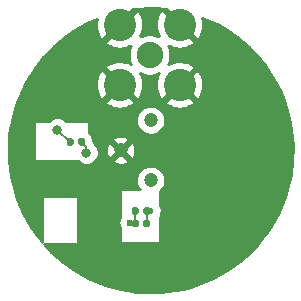
<source format=gbr>
G04 #@! TF.GenerationSoftware,KiCad,Pcbnew,(5.99.0-2215-gb084305b1)*
G04 #@! TF.CreationDate,2020-09-12T17:30:21-04:00*
G04 #@! TF.ProjectId,kicad-sipm,6b696361-642d-4736-9970-6d2e6b696361,rev?*
G04 #@! TF.SameCoordinates,Original*
G04 #@! TF.FileFunction,Copper,L2,Bot*
G04 #@! TF.FilePolarity,Positive*
%FSLAX46Y46*%
G04 Gerber Fmt 4.6, Leading zero omitted, Abs format (unit mm)*
G04 Created by KiCad (PCBNEW (5.99.0-2215-gb084305b1)) date 2020-09-12 17:30:21*
%MOMM*%
%LPD*%
G01*
G04 APERTURE LIST*
G04 #@! TA.AperFunction,ComponentPad*
%ADD10C,2.240000*%
G04 #@! TD*
G04 #@! TA.AperFunction,ComponentPad*
%ADD11C,2.740000*%
G04 #@! TD*
G04 #@! TA.AperFunction,ComponentPad*
%ADD12C,1.200000*%
G04 #@! TD*
G04 #@! TA.AperFunction,ViaPad*
%ADD13C,0.600000*%
G04 #@! TD*
G04 #@! TA.AperFunction,ViaPad*
%ADD14C,0.800000*%
G04 #@! TD*
G04 #@! TA.AperFunction,Conductor*
%ADD15C,0.200000*%
G04 #@! TD*
G04 #@! TA.AperFunction,Conductor*
%ADD16C,0.254000*%
G04 #@! TD*
G04 APERTURE END LIST*
G04 #@! TA.AperFunction,SMDPad,CuDef*
G36*
G01*
X93847400Y-99467500D02*
X93847400Y-99122500D01*
G75*
G02*
X93994900Y-98975000I147500J0D01*
G01*
X94289900Y-98975000D01*
G75*
G02*
X94437400Y-99122500I0J-147500D01*
G01*
X94437400Y-99467500D01*
G75*
G02*
X94289900Y-99615000I-147500J0D01*
G01*
X93994900Y-99615000D01*
G75*
G02*
X93847400Y-99467500I0J147500D01*
G01*
G37*
G04 #@! TD.AperFunction*
G04 #@! TA.AperFunction,SMDPad,CuDef*
G36*
G01*
X92877400Y-99467500D02*
X92877400Y-99122500D01*
G75*
G02*
X93024900Y-98975000I147500J0D01*
G01*
X93319900Y-98975000D01*
G75*
G02*
X93467400Y-99122500I0J-147500D01*
G01*
X93467400Y-99467500D01*
G75*
G02*
X93319900Y-99615000I-147500J0D01*
G01*
X93024900Y-99615000D01*
G75*
G02*
X92877400Y-99467500I0J147500D01*
G01*
G37*
G04 #@! TD.AperFunction*
G04 #@! TA.AperFunction,SMDPad,CuDef*
G36*
G01*
X99365000Y-105322500D02*
X99365000Y-104977500D01*
G75*
G02*
X99512500Y-104830000I147500J0D01*
G01*
X99807500Y-104830000D01*
G75*
G02*
X99955000Y-104977500I0J-147500D01*
G01*
X99955000Y-105322500D01*
G75*
G02*
X99807500Y-105470000I-147500J0D01*
G01*
X99512500Y-105470000D01*
G75*
G02*
X99365000Y-105322500I0J147500D01*
G01*
G37*
G04 #@! TD.AperFunction*
G04 #@! TA.AperFunction,SMDPad,CuDef*
G36*
G01*
X98395000Y-105322500D02*
X98395000Y-104977500D01*
G75*
G02*
X98542500Y-104830000I147500J0D01*
G01*
X98837500Y-104830000D01*
G75*
G02*
X98985000Y-104977500I0J-147500D01*
G01*
X98985000Y-105322500D01*
G75*
G02*
X98837500Y-105470000I-147500J0D01*
G01*
X98542500Y-105470000D01*
G75*
G02*
X98395000Y-105322500I0J147500D01*
G01*
G37*
G04 #@! TD.AperFunction*
D10*
X99900000Y-91925000D03*
D11*
X97360000Y-89385000D03*
X102440000Y-89385000D03*
X102440000Y-94465000D03*
X97360000Y-94465000D03*
D12*
X97460000Y-100000000D03*
X100000000Y-102540000D03*
X100000000Y-97460000D03*
G04 #@! TA.AperFunction,SMDPad,CuDef*
G36*
G01*
X99940000Y-106027500D02*
X99940000Y-106372500D01*
G75*
G02*
X99792500Y-106520000I-147500J0D01*
G01*
X99497500Y-106520000D01*
G75*
G02*
X99350000Y-106372500I0J147500D01*
G01*
X99350000Y-106027500D01*
G75*
G02*
X99497500Y-105880000I147500J0D01*
G01*
X99792500Y-105880000D01*
G75*
G02*
X99940000Y-106027500I0J-147500D01*
G01*
G37*
G04 #@! TD.AperFunction*
G04 #@! TA.AperFunction,SMDPad,CuDef*
G36*
G01*
X98970000Y-106027500D02*
X98970000Y-106372500D01*
G75*
G02*
X98822500Y-106520000I-147500J0D01*
G01*
X98527500Y-106520000D01*
G75*
G02*
X98380000Y-106372500I0J147500D01*
G01*
X98380000Y-106027500D01*
G75*
G02*
X98527500Y-105880000I147500J0D01*
G01*
X98822500Y-105880000D01*
G75*
G02*
X98970000Y-106027500I0J-147500D01*
G01*
G37*
G04 #@! TD.AperFunction*
D13*
X104775000Y-101425000D03*
X104725000Y-98925000D03*
X99475000Y-109700000D03*
X104625000Y-109175000D03*
X94800000Y-95925000D03*
D14*
X88875000Y-98625000D03*
X106875000Y-98925000D03*
X106825000Y-101450000D03*
X92100000Y-98250000D03*
X94550000Y-100200000D03*
X94100000Y-108200000D03*
D13*
X98200000Y-106125000D03*
X99975000Y-105150000D03*
D15*
X93172400Y-99295000D02*
X93145000Y-99295000D01*
X93145000Y-99295000D02*
X92100000Y-98250000D01*
X94550000Y-100200000D02*
X94550000Y-99702600D01*
X94550000Y-99702600D02*
X94142400Y-99295000D01*
X99645000Y-106100000D02*
X99645000Y-105075000D01*
X99645000Y-105075000D02*
X99670000Y-105050000D01*
X98675000Y-106100000D02*
X98675000Y-105075000D01*
X98675000Y-105075000D02*
X98700000Y-105050000D01*
D16*
X100419880Y-87976421D02*
X101090379Y-88018605D01*
X101276862Y-88040842D01*
X103887424Y-90651405D01*
X104002865Y-90642623D01*
X104138526Y-90457941D01*
X104143384Y-90450211D01*
X104275621Y-90201511D01*
X104279312Y-90193160D01*
X104374262Y-89927975D01*
X104376710Y-89919179D01*
X104432553Y-89642229D01*
X104433775Y-89631461D01*
X104444186Y-89246722D01*
X104443548Y-89235903D01*
X104402764Y-88956338D01*
X104400796Y-88947422D01*
X104352040Y-88783874D01*
X104970024Y-89043650D01*
X105573878Y-89338169D01*
X106160341Y-89665932D01*
X106727585Y-90025916D01*
X107273879Y-90417025D01*
X107797482Y-90838012D01*
X108296741Y-91287548D01*
X108770149Y-91764272D01*
X109216216Y-92266690D01*
X109633530Y-92793208D01*
X110020794Y-93342190D01*
X110376820Y-93911950D01*
X110700488Y-94500699D01*
X110990781Y-95106588D01*
X111246807Y-95727753D01*
X111467747Y-96362208D01*
X111652934Y-97008032D01*
X111801780Y-97663178D01*
X111913824Y-98325627D01*
X111988713Y-98993276D01*
X112025971Y-99659681D01*
X111861571Y-102010706D01*
X111731933Y-102665430D01*
X111564854Y-103316158D01*
X111361705Y-103956564D01*
X111123129Y-104584619D01*
X110849863Y-105198384D01*
X110542763Y-105795938D01*
X110202785Y-106375416D01*
X109830996Y-106935002D01*
X109428547Y-107472968D01*
X108996688Y-107987637D01*
X108536783Y-108477387D01*
X108050247Y-108940709D01*
X107538611Y-109376145D01*
X107003470Y-109782339D01*
X106446479Y-110158033D01*
X105869400Y-110502042D01*
X105273997Y-110813312D01*
X104662172Y-111090847D01*
X104035779Y-111333809D01*
X103396830Y-111541416D01*
X102747257Y-111713041D01*
X102089146Y-111848132D01*
X101424507Y-111946277D01*
X100755430Y-112007168D01*
X100083989Y-112030615D01*
X99412306Y-112016545D01*
X98742417Y-111965000D01*
X98076484Y-111876146D01*
X97416537Y-111750254D01*
X96764653Y-111587721D01*
X96122861Y-111389053D01*
X95493141Y-111154862D01*
X94877490Y-110885892D01*
X94277801Y-110582966D01*
X93695973Y-110247048D01*
X93133808Y-109879178D01*
X92593027Y-109480480D01*
X92075373Y-109052238D01*
X91582413Y-108595754D01*
X91115706Y-108112464D01*
X90933146Y-107900966D01*
X93751383Y-107926470D01*
X93826000Y-107852525D01*
X93826000Y-106123708D01*
X97256347Y-106123708D01*
X97286315Y-106360928D01*
X97290761Y-106377522D01*
X97383418Y-106597945D01*
X97392163Y-106612733D01*
X97399000Y-106621359D01*
X97399000Y-107752191D01*
X97472809Y-107826000D01*
X100677191Y-107826000D01*
X100751000Y-107752191D01*
X100751000Y-105674146D01*
X100829393Y-105550619D01*
X100836544Y-105534998D01*
X100905750Y-105305781D01*
X100908449Y-105288143D01*
X100911136Y-105031436D01*
X100908808Y-105013746D01*
X100844419Y-104783129D01*
X100837596Y-104767362D01*
X100751000Y-104624375D01*
X100751000Y-103520372D01*
X100802605Y-103483970D01*
X100811705Y-103476156D01*
X100966626Y-103315171D01*
X100974084Y-103305777D01*
X101095768Y-103118401D01*
X101101315Y-103107767D01*
X101185372Y-102900761D01*
X101188809Y-102889269D01*
X101232220Y-102670022D01*
X101233423Y-102657922D01*
X101234022Y-102428537D01*
X101232883Y-102416431D01*
X101190621Y-102196960D01*
X101187244Y-102185451D01*
X101104273Y-101978007D01*
X101098781Y-101967344D01*
X100978080Y-101779334D01*
X100970671Y-101769902D01*
X100816596Y-101608107D01*
X100807537Y-101600246D01*
X100625646Y-101470505D01*
X100615264Y-101464499D01*
X100412123Y-101371493D01*
X100400792Y-101367558D01*
X100183728Y-101314643D01*
X100171858Y-101312922D01*
X99948704Y-101302008D01*
X99936722Y-101302563D01*
X99715531Y-101334044D01*
X99703871Y-101336854D01*
X99492622Y-101409592D01*
X99481703Y-101414557D01*
X99288020Y-101525930D01*
X99278238Y-101532869D01*
X99109110Y-101678856D01*
X99100816Y-101687520D01*
X98962344Y-101862855D01*
X98955838Y-101872932D01*
X98853020Y-102071288D01*
X98848537Y-102082413D01*
X98785081Y-102296633D01*
X98782783Y-102308405D01*
X98760981Y-102530759D01*
X98760950Y-102542753D01*
X98781587Y-102765219D01*
X98783824Y-102777003D01*
X98846156Y-102991552D01*
X98850581Y-103002700D01*
X98952360Y-103201592D01*
X98958813Y-103211701D01*
X99046550Y-103324000D01*
X97472809Y-103324000D01*
X97399000Y-103397809D01*
X97399000Y-105626190D01*
X97393502Y-105635057D01*
X97296248Y-105853491D01*
X97291455Y-105869989D01*
X97256527Y-106106529D01*
X97256347Y-106123708D01*
X93826000Y-106123708D01*
X93826000Y-103972809D01*
X93752191Y-103899000D01*
X90860063Y-103899000D01*
X90786153Y-103973404D01*
X90811397Y-107759918D01*
X90676711Y-107603883D01*
X90266795Y-107071596D01*
X89887221Y-106517242D01*
X89539183Y-105942563D01*
X89223779Y-105349375D01*
X88941969Y-104739482D01*
X88694641Y-104114803D01*
X88482578Y-103477319D01*
X88306429Y-102828981D01*
X88166742Y-102171805D01*
X88063960Y-101507875D01*
X87998398Y-100839219D01*
X87970265Y-100167992D01*
X87979646Y-99496191D01*
X88026511Y-98825983D01*
X88110714Y-98159448D01*
X88213794Y-97597809D01*
X90149000Y-97597809D01*
X90149000Y-100877191D01*
X90222809Y-100951000D01*
X93835876Y-100951000D01*
X93907991Y-101023116D01*
X93921095Y-101033171D01*
X94142905Y-101161233D01*
X94158165Y-101167554D01*
X94405562Y-101233844D01*
X94421938Y-101236000D01*
X94678062Y-101236000D01*
X94694438Y-101233844D01*
X94941835Y-101167554D01*
X94957095Y-101161233D01*
X95178905Y-101033171D01*
X95192009Y-101023116D01*
X95317864Y-100897261D01*
X96743758Y-100897261D01*
X96759729Y-101020227D01*
X96935817Y-101122714D01*
X96946710Y-101127736D01*
X97157576Y-101201579D01*
X97169221Y-101204450D01*
X97390244Y-101237088D01*
X97402222Y-101237706D01*
X97625430Y-101227960D01*
X97637309Y-101226302D01*
X97854648Y-101174524D01*
X97865999Y-101170649D01*
X98069625Y-101078708D01*
X98080038Y-101072756D01*
X98164985Y-101012832D01*
X98175000Y-100896019D01*
X97512191Y-100233210D01*
X97407809Y-100233210D01*
X96743758Y-100897261D01*
X95317864Y-100897261D01*
X95373116Y-100842009D01*
X95383171Y-100828905D01*
X95511233Y-100607095D01*
X95517554Y-100591835D01*
X95583844Y-100344438D01*
X95586000Y-100328062D01*
X95586000Y-100071938D01*
X95583844Y-100055562D01*
X95569694Y-100002753D01*
X96220950Y-100002753D01*
X96241587Y-100225219D01*
X96243824Y-100237003D01*
X96306156Y-100451552D01*
X96310582Y-100462701D01*
X96432121Y-100700206D01*
X96558821Y-100720160D01*
X97226790Y-100052191D01*
X97226790Y-99947809D01*
X97693210Y-99947809D01*
X97693210Y-100052191D01*
X98355813Y-100714794D01*
X98475352Y-100702230D01*
X98555768Y-100578401D01*
X98561315Y-100567767D01*
X98645372Y-100360761D01*
X98648809Y-100349269D01*
X98692220Y-100130022D01*
X98693423Y-100117922D01*
X98694022Y-99888537D01*
X98692883Y-99876431D01*
X98650621Y-99656960D01*
X98647244Y-99645451D01*
X98564273Y-99438007D01*
X98558781Y-99427344D01*
X98475783Y-99298064D01*
X98355875Y-99285144D01*
X97693210Y-99947809D01*
X97226790Y-99947809D01*
X96559309Y-99280328D01*
X96432966Y-99299887D01*
X96313020Y-99531288D01*
X96308537Y-99542413D01*
X96245081Y-99756633D01*
X96242783Y-99768405D01*
X96220981Y-99990759D01*
X96220950Y-100002753D01*
X95569694Y-100002753D01*
X95517554Y-99808165D01*
X95511233Y-99792905D01*
X95383171Y-99571095D01*
X95373116Y-99557991D01*
X95230574Y-99415450D01*
X95217055Y-99373846D01*
X95208052Y-99356176D01*
X95179485Y-99316855D01*
X95157416Y-99273544D01*
X95145758Y-99257499D01*
X95108071Y-99219812D01*
X95108054Y-99219792D01*
X95077138Y-99188876D01*
X95077138Y-99102468D01*
X96743487Y-99102468D01*
X97407809Y-99766790D01*
X97512191Y-99766790D01*
X98175118Y-99103863D01*
X98165443Y-98987424D01*
X98085647Y-98930505D01*
X98075265Y-98924499D01*
X97872123Y-98831493D01*
X97860792Y-98827558D01*
X97643728Y-98774643D01*
X97631858Y-98772922D01*
X97408704Y-98762008D01*
X97396722Y-98762563D01*
X97175531Y-98794044D01*
X97163871Y-98796854D01*
X96952622Y-98869592D01*
X96941703Y-98874557D01*
X96759833Y-98979138D01*
X96743487Y-99102468D01*
X95077138Y-99102468D01*
X95077138Y-99078702D01*
X95076037Y-99066964D01*
X95034110Y-98845377D01*
X95026716Y-98825449D01*
X94916765Y-98635007D01*
X94904991Y-98620242D01*
X94801000Y-98523752D01*
X94801000Y-97597809D01*
X94727191Y-97524000D01*
X92839124Y-97524000D01*
X92777878Y-97462753D01*
X98760950Y-97462753D01*
X98781587Y-97685219D01*
X98783824Y-97697003D01*
X98846156Y-97911552D01*
X98850581Y-97922700D01*
X98952360Y-98121592D01*
X98958813Y-98131701D01*
X99096365Y-98307760D01*
X99104614Y-98316468D01*
X99272975Y-98463338D01*
X99282721Y-98470329D01*
X99475818Y-98582714D01*
X99486710Y-98587736D01*
X99697576Y-98661579D01*
X99709221Y-98664450D01*
X99930244Y-98697088D01*
X99942222Y-98697706D01*
X100165430Y-98687960D01*
X100177309Y-98686302D01*
X100394648Y-98634524D01*
X100405999Y-98630649D01*
X100609625Y-98538708D01*
X100620038Y-98532756D01*
X100802605Y-98403969D01*
X100811705Y-98396156D01*
X100966626Y-98235171D01*
X100974084Y-98225777D01*
X101095768Y-98038401D01*
X101101315Y-98027767D01*
X101185372Y-97820761D01*
X101188809Y-97809269D01*
X101232220Y-97590022D01*
X101233423Y-97577922D01*
X101234022Y-97348537D01*
X101232883Y-97336431D01*
X101190621Y-97116960D01*
X101187244Y-97105451D01*
X101104273Y-96898007D01*
X101098781Y-96887344D01*
X100978080Y-96699334D01*
X100970671Y-96689902D01*
X100816596Y-96528107D01*
X100807537Y-96520246D01*
X100625646Y-96390505D01*
X100615264Y-96384499D01*
X100412123Y-96291493D01*
X100400792Y-96287558D01*
X100183728Y-96234643D01*
X100171858Y-96232922D01*
X99948704Y-96222008D01*
X99936722Y-96222563D01*
X99715531Y-96254044D01*
X99703871Y-96256854D01*
X99492622Y-96329592D01*
X99481703Y-96334557D01*
X99288020Y-96445930D01*
X99278238Y-96452869D01*
X99109110Y-96598856D01*
X99100816Y-96607520D01*
X98962344Y-96782855D01*
X98955838Y-96792932D01*
X98853020Y-96991288D01*
X98848537Y-97002413D01*
X98785081Y-97216633D01*
X98782783Y-97228405D01*
X98760981Y-97450759D01*
X98760950Y-97462753D01*
X92777878Y-97462753D01*
X92742009Y-97426884D01*
X92728905Y-97416829D01*
X92507095Y-97288767D01*
X92491835Y-97282446D01*
X92244438Y-97216156D01*
X92228062Y-97214000D01*
X91971938Y-97214000D01*
X91955562Y-97216156D01*
X91708165Y-97282446D01*
X91692905Y-97288767D01*
X91471095Y-97416829D01*
X91457991Y-97426884D01*
X91360876Y-97524000D01*
X90222809Y-97524000D01*
X90149000Y-97597809D01*
X88213794Y-97597809D01*
X88231997Y-97498634D01*
X88389976Y-96845622D01*
X88584159Y-96202458D01*
X88689998Y-95911665D01*
X96094354Y-95911665D01*
X96101713Y-96025474D01*
X96248799Y-96138747D01*
X96256418Y-96143780D01*
X96502054Y-96281624D01*
X96510319Y-96285504D01*
X96773282Y-96386446D01*
X96782020Y-96389093D01*
X97056799Y-96451017D01*
X97065828Y-96452374D01*
X97346669Y-96473984D01*
X97355799Y-96474024D01*
X97636817Y-96454866D01*
X97645858Y-96453587D01*
X97921168Y-96394064D01*
X97929929Y-96391493D01*
X98193762Y-96292850D01*
X98202061Y-96289042D01*
X98448891Y-96153345D01*
X98456552Y-96148379D01*
X98617954Y-96026313D01*
X98625856Y-95911875D01*
X98625646Y-95911665D01*
X101174354Y-95911665D01*
X101181713Y-96025474D01*
X101328799Y-96138747D01*
X101336418Y-96143780D01*
X101582054Y-96281624D01*
X101590319Y-96285504D01*
X101853282Y-96386446D01*
X101862020Y-96389093D01*
X102136799Y-96451017D01*
X102145828Y-96452374D01*
X102426669Y-96473984D01*
X102435799Y-96474024D01*
X102716817Y-96454866D01*
X102725858Y-96453587D01*
X103001168Y-96394064D01*
X103009929Y-96391493D01*
X103273762Y-96292850D01*
X103282061Y-96289042D01*
X103528891Y-96153345D01*
X103536552Y-96148379D01*
X103697954Y-96026313D01*
X103705856Y-95911875D01*
X102492191Y-94698210D01*
X102387809Y-94698210D01*
X101174354Y-95911665D01*
X98625646Y-95911665D01*
X97412191Y-94698210D01*
X97307809Y-94698210D01*
X96094354Y-95911665D01*
X88689998Y-95911665D01*
X88813943Y-95571131D01*
X89078611Y-94953614D01*
X89345871Y-94415221D01*
X95351589Y-94415221D01*
X95364366Y-94696602D01*
X95365439Y-94705669D01*
X95418701Y-94982258D01*
X95421072Y-94991075D01*
X95513705Y-95257079D01*
X95517324Y-95265461D01*
X95647385Y-95515307D01*
X95652176Y-95523079D01*
X95796035Y-95722543D01*
X95912100Y-95731881D01*
X97126790Y-94517191D01*
X97126790Y-94412809D01*
X95913401Y-93199420D01*
X95801231Y-93205397D01*
X95711895Y-93316112D01*
X95706690Y-93323614D01*
X95563308Y-93566060D01*
X95559241Y-93574235D01*
X95452359Y-93834839D01*
X95449515Y-93843515D01*
X95381373Y-94116820D01*
X95379811Y-94125815D01*
X95351836Y-94406094D01*
X95351589Y-94415221D01*
X89345871Y-94415221D01*
X89377342Y-94351824D01*
X89709193Y-93767660D01*
X90073132Y-93202939D01*
X90209406Y-93015373D01*
X96091392Y-93015373D01*
X98807424Y-95731405D01*
X98922865Y-95722623D01*
X99058526Y-95537941D01*
X99063384Y-95530211D01*
X99195621Y-95281511D01*
X99199312Y-95273160D01*
X99294262Y-95007975D01*
X99296710Y-94999179D01*
X99352553Y-94722229D01*
X99353775Y-94711461D01*
X99364186Y-94326722D01*
X99363548Y-94315903D01*
X99322764Y-94036338D01*
X99320796Y-94027422D01*
X99240325Y-93757490D01*
X99237091Y-93748952D01*
X99119654Y-93495954D01*
X99222273Y-93548241D01*
X99231421Y-93552030D01*
X99484548Y-93634276D01*
X99494176Y-93636587D01*
X99757053Y-93678223D01*
X99766923Y-93679000D01*
X100033077Y-93679000D01*
X100042947Y-93678223D01*
X100305824Y-93636587D01*
X100315452Y-93634276D01*
X100568579Y-93552030D01*
X100577727Y-93548241D01*
X100686676Y-93492728D01*
X100643308Y-93566060D01*
X100639241Y-93574235D01*
X100532359Y-93834839D01*
X100529515Y-93843515D01*
X100461373Y-94116820D01*
X100459811Y-94125815D01*
X100431836Y-94406094D01*
X100431589Y-94415221D01*
X100444366Y-94696602D01*
X100445439Y-94705669D01*
X100498701Y-94982258D01*
X100501072Y-94991075D01*
X100593705Y-95257079D01*
X100597324Y-95265461D01*
X100727385Y-95515307D01*
X100732176Y-95523079D01*
X100876035Y-95722543D01*
X100992100Y-95731881D01*
X102311172Y-94412809D01*
X102673210Y-94412809D01*
X102673210Y-94517191D01*
X103887424Y-95731405D01*
X104002865Y-95722623D01*
X104138526Y-95537941D01*
X104143384Y-95530211D01*
X104275621Y-95281511D01*
X104279312Y-95273160D01*
X104374262Y-95007975D01*
X104376710Y-94999179D01*
X104432553Y-94722229D01*
X104433775Y-94711461D01*
X104444186Y-94326722D01*
X104443548Y-94315903D01*
X104402764Y-94036338D01*
X104400796Y-94027422D01*
X104320325Y-93757490D01*
X104317091Y-93748952D01*
X104198498Y-93493464D01*
X104194064Y-93485482D01*
X104011359Y-93206280D01*
X103892066Y-93193953D01*
X102673210Y-94412809D01*
X102311172Y-94412809D01*
X103706200Y-93017781D01*
X103701567Y-92907258D01*
X103625983Y-92843384D01*
X103618601Y-92838011D01*
X103379471Y-92689165D01*
X103371390Y-92684914D01*
X103113278Y-92572148D01*
X103104669Y-92569107D01*
X102832981Y-92494781D01*
X102824023Y-92493016D01*
X102544450Y-92458689D01*
X102535331Y-92458235D01*
X102253733Y-92464625D01*
X102244644Y-92465492D01*
X101966918Y-92512467D01*
X101958049Y-92514637D01*
X101690013Y-92601210D01*
X101681551Y-92604638D01*
X101468970Y-92709240D01*
X101523241Y-92602727D01*
X101527030Y-92593579D01*
X101609276Y-92340452D01*
X101611587Y-92330824D01*
X101653223Y-92067947D01*
X101654000Y-92058077D01*
X101654000Y-91791923D01*
X101653223Y-91782053D01*
X101611587Y-91519176D01*
X101609276Y-91509548D01*
X101527030Y-91256421D01*
X101523241Y-91247273D01*
X101467117Y-91137125D01*
X101582054Y-91201624D01*
X101590319Y-91205504D01*
X101853282Y-91306446D01*
X101862020Y-91309093D01*
X102136799Y-91371017D01*
X102145828Y-91372374D01*
X102426669Y-91393984D01*
X102435799Y-91394024D01*
X102716817Y-91374866D01*
X102725858Y-91373587D01*
X103001168Y-91314064D01*
X103009929Y-91311493D01*
X103273762Y-91212850D01*
X103282061Y-91209042D01*
X103528891Y-91073345D01*
X103536552Y-91068379D01*
X103697954Y-90946313D01*
X103705856Y-90831875D01*
X100993401Y-88119420D01*
X100881231Y-88125397D01*
X100791895Y-88236112D01*
X100786690Y-88243614D01*
X100643308Y-88486060D01*
X100639241Y-88494235D01*
X100532359Y-88754839D01*
X100529515Y-88763515D01*
X100461373Y-89036820D01*
X100459811Y-89045815D01*
X100431836Y-89326094D01*
X100431589Y-89335221D01*
X100444366Y-89616602D01*
X100445439Y-89625669D01*
X100498701Y-89902258D01*
X100501072Y-89911075D01*
X100593705Y-90177079D01*
X100597324Y-90185461D01*
X100686794Y-90357332D01*
X100577727Y-90301759D01*
X100568579Y-90297970D01*
X100315452Y-90215724D01*
X100305824Y-90213413D01*
X100042947Y-90171777D01*
X100033077Y-90171000D01*
X99766923Y-90171000D01*
X99757053Y-90171777D01*
X99494176Y-90213413D01*
X99484548Y-90215724D01*
X99231421Y-90297970D01*
X99222273Y-90301759D01*
X99112607Y-90357637D01*
X99195621Y-90201511D01*
X99199312Y-90193160D01*
X99294262Y-89927975D01*
X99296710Y-89919179D01*
X99352553Y-89642229D01*
X99353775Y-89631461D01*
X99364186Y-89246722D01*
X99363548Y-89235903D01*
X99322764Y-88956338D01*
X99320796Y-88947422D01*
X99240325Y-88677490D01*
X99237091Y-88668952D01*
X99118498Y-88413464D01*
X99114064Y-88405482D01*
X98931359Y-88126280D01*
X98812066Y-88113953D01*
X96094354Y-90831665D01*
X96101713Y-90945474D01*
X96248799Y-91058747D01*
X96256418Y-91063780D01*
X96502054Y-91201624D01*
X96510319Y-91205504D01*
X96773282Y-91306446D01*
X96782020Y-91309093D01*
X97056799Y-91371017D01*
X97065828Y-91372374D01*
X97346669Y-91393984D01*
X97355799Y-91394024D01*
X97636817Y-91374866D01*
X97645858Y-91373587D01*
X97921168Y-91314064D01*
X97929929Y-91311493D01*
X98193762Y-91212850D01*
X98202061Y-91209042D01*
X98332885Y-91137120D01*
X98276759Y-91247273D01*
X98272970Y-91256421D01*
X98190724Y-91509548D01*
X98188413Y-91519176D01*
X98146777Y-91782053D01*
X98146000Y-91791923D01*
X98146000Y-92058077D01*
X98146777Y-92067947D01*
X98188413Y-92330824D01*
X98190724Y-92340452D01*
X98272970Y-92593579D01*
X98276759Y-92602727D01*
X98330709Y-92708609D01*
X98299471Y-92689165D01*
X98291390Y-92684914D01*
X98033278Y-92572148D01*
X98024669Y-92569107D01*
X97752981Y-92494781D01*
X97744023Y-92493016D01*
X97464450Y-92458689D01*
X97455331Y-92458235D01*
X97173733Y-92464625D01*
X97164644Y-92465492D01*
X96886918Y-92512467D01*
X96878049Y-92514637D01*
X96610013Y-92601210D01*
X96601551Y-92604638D01*
X96348818Y-92728997D01*
X96340939Y-92733611D01*
X96102205Y-92897689D01*
X96091392Y-93015373D01*
X90209406Y-93015373D01*
X90468034Y-92659403D01*
X90892669Y-92138750D01*
X91345677Y-91642641D01*
X91825714Y-91172555D01*
X92331216Y-90730022D01*
X92860622Y-90316405D01*
X93412317Y-89932966D01*
X93984544Y-89580930D01*
X94575545Y-89261377D01*
X95183432Y-88975327D01*
X95420595Y-88879507D01*
X95381373Y-89036820D01*
X95379811Y-89045815D01*
X95351836Y-89326094D01*
X95351589Y-89335221D01*
X95364366Y-89616602D01*
X95365439Y-89625669D01*
X95418701Y-89902258D01*
X95421072Y-89911075D01*
X95513705Y-90177079D01*
X95517324Y-90185461D01*
X95647385Y-90435307D01*
X95652176Y-90443079D01*
X95796035Y-90642543D01*
X95912100Y-90651881D01*
X98498642Y-88065338D01*
X99076996Y-88004551D01*
X99748050Y-87971731D01*
X100419880Y-87976421D01*
G04 #@! TA.AperFunction,Conductor*
G36*
X100419880Y-87976421D02*
G01*
X101090379Y-88018605D01*
X101276862Y-88040842D01*
X103887424Y-90651405D01*
X104002865Y-90642623D01*
X104138526Y-90457941D01*
X104143384Y-90450211D01*
X104275621Y-90201511D01*
X104279312Y-90193160D01*
X104374262Y-89927975D01*
X104376710Y-89919179D01*
X104432553Y-89642229D01*
X104433775Y-89631461D01*
X104444186Y-89246722D01*
X104443548Y-89235903D01*
X104402764Y-88956338D01*
X104400796Y-88947422D01*
X104352040Y-88783874D01*
X104970024Y-89043650D01*
X105573878Y-89338169D01*
X106160341Y-89665932D01*
X106727585Y-90025916D01*
X107273879Y-90417025D01*
X107797482Y-90838012D01*
X108296741Y-91287548D01*
X108770149Y-91764272D01*
X109216216Y-92266690D01*
X109633530Y-92793208D01*
X110020794Y-93342190D01*
X110376820Y-93911950D01*
X110700488Y-94500699D01*
X110990781Y-95106588D01*
X111246807Y-95727753D01*
X111467747Y-96362208D01*
X111652934Y-97008032D01*
X111801780Y-97663178D01*
X111913824Y-98325627D01*
X111988713Y-98993276D01*
X112025971Y-99659681D01*
X111861571Y-102010706D01*
X111731933Y-102665430D01*
X111564854Y-103316158D01*
X111361705Y-103956564D01*
X111123129Y-104584619D01*
X110849863Y-105198384D01*
X110542763Y-105795938D01*
X110202785Y-106375416D01*
X109830996Y-106935002D01*
X109428547Y-107472968D01*
X108996688Y-107987637D01*
X108536783Y-108477387D01*
X108050247Y-108940709D01*
X107538611Y-109376145D01*
X107003470Y-109782339D01*
X106446479Y-110158033D01*
X105869400Y-110502042D01*
X105273997Y-110813312D01*
X104662172Y-111090847D01*
X104035779Y-111333809D01*
X103396830Y-111541416D01*
X102747257Y-111713041D01*
X102089146Y-111848132D01*
X101424507Y-111946277D01*
X100755430Y-112007168D01*
X100083989Y-112030615D01*
X99412306Y-112016545D01*
X98742417Y-111965000D01*
X98076484Y-111876146D01*
X97416537Y-111750254D01*
X96764653Y-111587721D01*
X96122861Y-111389053D01*
X95493141Y-111154862D01*
X94877490Y-110885892D01*
X94277801Y-110582966D01*
X93695973Y-110247048D01*
X93133808Y-109879178D01*
X92593027Y-109480480D01*
X92075373Y-109052238D01*
X91582413Y-108595754D01*
X91115706Y-108112464D01*
X90933146Y-107900966D01*
X93751383Y-107926470D01*
X93826000Y-107852525D01*
X93826000Y-106123708D01*
X97256347Y-106123708D01*
X97286315Y-106360928D01*
X97290761Y-106377522D01*
X97383418Y-106597945D01*
X97392163Y-106612733D01*
X97399000Y-106621359D01*
X97399000Y-107752191D01*
X97472809Y-107826000D01*
X100677191Y-107826000D01*
X100751000Y-107752191D01*
X100751000Y-105674146D01*
X100829393Y-105550619D01*
X100836544Y-105534998D01*
X100905750Y-105305781D01*
X100908449Y-105288143D01*
X100911136Y-105031436D01*
X100908808Y-105013746D01*
X100844419Y-104783129D01*
X100837596Y-104767362D01*
X100751000Y-104624375D01*
X100751000Y-103520372D01*
X100802605Y-103483970D01*
X100811705Y-103476156D01*
X100966626Y-103315171D01*
X100974084Y-103305777D01*
X101095768Y-103118401D01*
X101101315Y-103107767D01*
X101185372Y-102900761D01*
X101188809Y-102889269D01*
X101232220Y-102670022D01*
X101233423Y-102657922D01*
X101234022Y-102428537D01*
X101232883Y-102416431D01*
X101190621Y-102196960D01*
X101187244Y-102185451D01*
X101104273Y-101978007D01*
X101098781Y-101967344D01*
X100978080Y-101779334D01*
X100970671Y-101769902D01*
X100816596Y-101608107D01*
X100807537Y-101600246D01*
X100625646Y-101470505D01*
X100615264Y-101464499D01*
X100412123Y-101371493D01*
X100400792Y-101367558D01*
X100183728Y-101314643D01*
X100171858Y-101312922D01*
X99948704Y-101302008D01*
X99936722Y-101302563D01*
X99715531Y-101334044D01*
X99703871Y-101336854D01*
X99492622Y-101409592D01*
X99481703Y-101414557D01*
X99288020Y-101525930D01*
X99278238Y-101532869D01*
X99109110Y-101678856D01*
X99100816Y-101687520D01*
X98962344Y-101862855D01*
X98955838Y-101872932D01*
X98853020Y-102071288D01*
X98848537Y-102082413D01*
X98785081Y-102296633D01*
X98782783Y-102308405D01*
X98760981Y-102530759D01*
X98760950Y-102542753D01*
X98781587Y-102765219D01*
X98783824Y-102777003D01*
X98846156Y-102991552D01*
X98850581Y-103002700D01*
X98952360Y-103201592D01*
X98958813Y-103211701D01*
X99046550Y-103324000D01*
X97472809Y-103324000D01*
X97399000Y-103397809D01*
X97399000Y-105626190D01*
X97393502Y-105635057D01*
X97296248Y-105853491D01*
X97291455Y-105869989D01*
X97256527Y-106106529D01*
X97256347Y-106123708D01*
X93826000Y-106123708D01*
X93826000Y-103972809D01*
X93752191Y-103899000D01*
X90860063Y-103899000D01*
X90786153Y-103973404D01*
X90811397Y-107759918D01*
X90676711Y-107603883D01*
X90266795Y-107071596D01*
X89887221Y-106517242D01*
X89539183Y-105942563D01*
X89223779Y-105349375D01*
X88941969Y-104739482D01*
X88694641Y-104114803D01*
X88482578Y-103477319D01*
X88306429Y-102828981D01*
X88166742Y-102171805D01*
X88063960Y-101507875D01*
X87998398Y-100839219D01*
X87970265Y-100167992D01*
X87979646Y-99496191D01*
X88026511Y-98825983D01*
X88110714Y-98159448D01*
X88213794Y-97597809D01*
X90149000Y-97597809D01*
X90149000Y-100877191D01*
X90222809Y-100951000D01*
X93835876Y-100951000D01*
X93907991Y-101023116D01*
X93921095Y-101033171D01*
X94142905Y-101161233D01*
X94158165Y-101167554D01*
X94405562Y-101233844D01*
X94421938Y-101236000D01*
X94678062Y-101236000D01*
X94694438Y-101233844D01*
X94941835Y-101167554D01*
X94957095Y-101161233D01*
X95178905Y-101033171D01*
X95192009Y-101023116D01*
X95317864Y-100897261D01*
X96743758Y-100897261D01*
X96759729Y-101020227D01*
X96935817Y-101122714D01*
X96946710Y-101127736D01*
X97157576Y-101201579D01*
X97169221Y-101204450D01*
X97390244Y-101237088D01*
X97402222Y-101237706D01*
X97625430Y-101227960D01*
X97637309Y-101226302D01*
X97854648Y-101174524D01*
X97865999Y-101170649D01*
X98069625Y-101078708D01*
X98080038Y-101072756D01*
X98164985Y-101012832D01*
X98175000Y-100896019D01*
X97512191Y-100233210D01*
X97407809Y-100233210D01*
X96743758Y-100897261D01*
X95317864Y-100897261D01*
X95373116Y-100842009D01*
X95383171Y-100828905D01*
X95511233Y-100607095D01*
X95517554Y-100591835D01*
X95583844Y-100344438D01*
X95586000Y-100328062D01*
X95586000Y-100071938D01*
X95583844Y-100055562D01*
X95569694Y-100002753D01*
X96220950Y-100002753D01*
X96241587Y-100225219D01*
X96243824Y-100237003D01*
X96306156Y-100451552D01*
X96310582Y-100462701D01*
X96432121Y-100700206D01*
X96558821Y-100720160D01*
X97226790Y-100052191D01*
X97226790Y-99947809D01*
X97693210Y-99947809D01*
X97693210Y-100052191D01*
X98355813Y-100714794D01*
X98475352Y-100702230D01*
X98555768Y-100578401D01*
X98561315Y-100567767D01*
X98645372Y-100360761D01*
X98648809Y-100349269D01*
X98692220Y-100130022D01*
X98693423Y-100117922D01*
X98694022Y-99888537D01*
X98692883Y-99876431D01*
X98650621Y-99656960D01*
X98647244Y-99645451D01*
X98564273Y-99438007D01*
X98558781Y-99427344D01*
X98475783Y-99298064D01*
X98355875Y-99285144D01*
X97693210Y-99947809D01*
X97226790Y-99947809D01*
X96559309Y-99280328D01*
X96432966Y-99299887D01*
X96313020Y-99531288D01*
X96308537Y-99542413D01*
X96245081Y-99756633D01*
X96242783Y-99768405D01*
X96220981Y-99990759D01*
X96220950Y-100002753D01*
X95569694Y-100002753D01*
X95517554Y-99808165D01*
X95511233Y-99792905D01*
X95383171Y-99571095D01*
X95373116Y-99557991D01*
X95230574Y-99415450D01*
X95217055Y-99373846D01*
X95208052Y-99356176D01*
X95179485Y-99316855D01*
X95157416Y-99273544D01*
X95145758Y-99257499D01*
X95108071Y-99219812D01*
X95108054Y-99219792D01*
X95077138Y-99188876D01*
X95077138Y-99102468D01*
X96743487Y-99102468D01*
X97407809Y-99766790D01*
X97512191Y-99766790D01*
X98175118Y-99103863D01*
X98165443Y-98987424D01*
X98085647Y-98930505D01*
X98075265Y-98924499D01*
X97872123Y-98831493D01*
X97860792Y-98827558D01*
X97643728Y-98774643D01*
X97631858Y-98772922D01*
X97408704Y-98762008D01*
X97396722Y-98762563D01*
X97175531Y-98794044D01*
X97163871Y-98796854D01*
X96952622Y-98869592D01*
X96941703Y-98874557D01*
X96759833Y-98979138D01*
X96743487Y-99102468D01*
X95077138Y-99102468D01*
X95077138Y-99078702D01*
X95076037Y-99066964D01*
X95034110Y-98845377D01*
X95026716Y-98825449D01*
X94916765Y-98635007D01*
X94904991Y-98620242D01*
X94801000Y-98523752D01*
X94801000Y-97597809D01*
X94727191Y-97524000D01*
X92839124Y-97524000D01*
X92777878Y-97462753D01*
X98760950Y-97462753D01*
X98781587Y-97685219D01*
X98783824Y-97697003D01*
X98846156Y-97911552D01*
X98850581Y-97922700D01*
X98952360Y-98121592D01*
X98958813Y-98131701D01*
X99096365Y-98307760D01*
X99104614Y-98316468D01*
X99272975Y-98463338D01*
X99282721Y-98470329D01*
X99475818Y-98582714D01*
X99486710Y-98587736D01*
X99697576Y-98661579D01*
X99709221Y-98664450D01*
X99930244Y-98697088D01*
X99942222Y-98697706D01*
X100165430Y-98687960D01*
X100177309Y-98686302D01*
X100394648Y-98634524D01*
X100405999Y-98630649D01*
X100609625Y-98538708D01*
X100620038Y-98532756D01*
X100802605Y-98403969D01*
X100811705Y-98396156D01*
X100966626Y-98235171D01*
X100974084Y-98225777D01*
X101095768Y-98038401D01*
X101101315Y-98027767D01*
X101185372Y-97820761D01*
X101188809Y-97809269D01*
X101232220Y-97590022D01*
X101233423Y-97577922D01*
X101234022Y-97348537D01*
X101232883Y-97336431D01*
X101190621Y-97116960D01*
X101187244Y-97105451D01*
X101104273Y-96898007D01*
X101098781Y-96887344D01*
X100978080Y-96699334D01*
X100970671Y-96689902D01*
X100816596Y-96528107D01*
X100807537Y-96520246D01*
X100625646Y-96390505D01*
X100615264Y-96384499D01*
X100412123Y-96291493D01*
X100400792Y-96287558D01*
X100183728Y-96234643D01*
X100171858Y-96232922D01*
X99948704Y-96222008D01*
X99936722Y-96222563D01*
X99715531Y-96254044D01*
X99703871Y-96256854D01*
X99492622Y-96329592D01*
X99481703Y-96334557D01*
X99288020Y-96445930D01*
X99278238Y-96452869D01*
X99109110Y-96598856D01*
X99100816Y-96607520D01*
X98962344Y-96782855D01*
X98955838Y-96792932D01*
X98853020Y-96991288D01*
X98848537Y-97002413D01*
X98785081Y-97216633D01*
X98782783Y-97228405D01*
X98760981Y-97450759D01*
X98760950Y-97462753D01*
X92777878Y-97462753D01*
X92742009Y-97426884D01*
X92728905Y-97416829D01*
X92507095Y-97288767D01*
X92491835Y-97282446D01*
X92244438Y-97216156D01*
X92228062Y-97214000D01*
X91971938Y-97214000D01*
X91955562Y-97216156D01*
X91708165Y-97282446D01*
X91692905Y-97288767D01*
X91471095Y-97416829D01*
X91457991Y-97426884D01*
X91360876Y-97524000D01*
X90222809Y-97524000D01*
X90149000Y-97597809D01*
X88213794Y-97597809D01*
X88231997Y-97498634D01*
X88389976Y-96845622D01*
X88584159Y-96202458D01*
X88689998Y-95911665D01*
X96094354Y-95911665D01*
X96101713Y-96025474D01*
X96248799Y-96138747D01*
X96256418Y-96143780D01*
X96502054Y-96281624D01*
X96510319Y-96285504D01*
X96773282Y-96386446D01*
X96782020Y-96389093D01*
X97056799Y-96451017D01*
X97065828Y-96452374D01*
X97346669Y-96473984D01*
X97355799Y-96474024D01*
X97636817Y-96454866D01*
X97645858Y-96453587D01*
X97921168Y-96394064D01*
X97929929Y-96391493D01*
X98193762Y-96292850D01*
X98202061Y-96289042D01*
X98448891Y-96153345D01*
X98456552Y-96148379D01*
X98617954Y-96026313D01*
X98625856Y-95911875D01*
X98625646Y-95911665D01*
X101174354Y-95911665D01*
X101181713Y-96025474D01*
X101328799Y-96138747D01*
X101336418Y-96143780D01*
X101582054Y-96281624D01*
X101590319Y-96285504D01*
X101853282Y-96386446D01*
X101862020Y-96389093D01*
X102136799Y-96451017D01*
X102145828Y-96452374D01*
X102426669Y-96473984D01*
X102435799Y-96474024D01*
X102716817Y-96454866D01*
X102725858Y-96453587D01*
X103001168Y-96394064D01*
X103009929Y-96391493D01*
X103273762Y-96292850D01*
X103282061Y-96289042D01*
X103528891Y-96153345D01*
X103536552Y-96148379D01*
X103697954Y-96026313D01*
X103705856Y-95911875D01*
X102492191Y-94698210D01*
X102387809Y-94698210D01*
X101174354Y-95911665D01*
X98625646Y-95911665D01*
X97412191Y-94698210D01*
X97307809Y-94698210D01*
X96094354Y-95911665D01*
X88689998Y-95911665D01*
X88813943Y-95571131D01*
X89078611Y-94953614D01*
X89345871Y-94415221D01*
X95351589Y-94415221D01*
X95364366Y-94696602D01*
X95365439Y-94705669D01*
X95418701Y-94982258D01*
X95421072Y-94991075D01*
X95513705Y-95257079D01*
X95517324Y-95265461D01*
X95647385Y-95515307D01*
X95652176Y-95523079D01*
X95796035Y-95722543D01*
X95912100Y-95731881D01*
X97126790Y-94517191D01*
X97126790Y-94412809D01*
X95913401Y-93199420D01*
X95801231Y-93205397D01*
X95711895Y-93316112D01*
X95706690Y-93323614D01*
X95563308Y-93566060D01*
X95559241Y-93574235D01*
X95452359Y-93834839D01*
X95449515Y-93843515D01*
X95381373Y-94116820D01*
X95379811Y-94125815D01*
X95351836Y-94406094D01*
X95351589Y-94415221D01*
X89345871Y-94415221D01*
X89377342Y-94351824D01*
X89709193Y-93767660D01*
X90073132Y-93202939D01*
X90209406Y-93015373D01*
X96091392Y-93015373D01*
X98807424Y-95731405D01*
X98922865Y-95722623D01*
X99058526Y-95537941D01*
X99063384Y-95530211D01*
X99195621Y-95281511D01*
X99199312Y-95273160D01*
X99294262Y-95007975D01*
X99296710Y-94999179D01*
X99352553Y-94722229D01*
X99353775Y-94711461D01*
X99364186Y-94326722D01*
X99363548Y-94315903D01*
X99322764Y-94036338D01*
X99320796Y-94027422D01*
X99240325Y-93757490D01*
X99237091Y-93748952D01*
X99119654Y-93495954D01*
X99222273Y-93548241D01*
X99231421Y-93552030D01*
X99484548Y-93634276D01*
X99494176Y-93636587D01*
X99757053Y-93678223D01*
X99766923Y-93679000D01*
X100033077Y-93679000D01*
X100042947Y-93678223D01*
X100305824Y-93636587D01*
X100315452Y-93634276D01*
X100568579Y-93552030D01*
X100577727Y-93548241D01*
X100686676Y-93492728D01*
X100643308Y-93566060D01*
X100639241Y-93574235D01*
X100532359Y-93834839D01*
X100529515Y-93843515D01*
X100461373Y-94116820D01*
X100459811Y-94125815D01*
X100431836Y-94406094D01*
X100431589Y-94415221D01*
X100444366Y-94696602D01*
X100445439Y-94705669D01*
X100498701Y-94982258D01*
X100501072Y-94991075D01*
X100593705Y-95257079D01*
X100597324Y-95265461D01*
X100727385Y-95515307D01*
X100732176Y-95523079D01*
X100876035Y-95722543D01*
X100992100Y-95731881D01*
X102311172Y-94412809D01*
X102673210Y-94412809D01*
X102673210Y-94517191D01*
X103887424Y-95731405D01*
X104002865Y-95722623D01*
X104138526Y-95537941D01*
X104143384Y-95530211D01*
X104275621Y-95281511D01*
X104279312Y-95273160D01*
X104374262Y-95007975D01*
X104376710Y-94999179D01*
X104432553Y-94722229D01*
X104433775Y-94711461D01*
X104444186Y-94326722D01*
X104443548Y-94315903D01*
X104402764Y-94036338D01*
X104400796Y-94027422D01*
X104320325Y-93757490D01*
X104317091Y-93748952D01*
X104198498Y-93493464D01*
X104194064Y-93485482D01*
X104011359Y-93206280D01*
X103892066Y-93193953D01*
X102673210Y-94412809D01*
X102311172Y-94412809D01*
X103706200Y-93017781D01*
X103701567Y-92907258D01*
X103625983Y-92843384D01*
X103618601Y-92838011D01*
X103379471Y-92689165D01*
X103371390Y-92684914D01*
X103113278Y-92572148D01*
X103104669Y-92569107D01*
X102832981Y-92494781D01*
X102824023Y-92493016D01*
X102544450Y-92458689D01*
X102535331Y-92458235D01*
X102253733Y-92464625D01*
X102244644Y-92465492D01*
X101966918Y-92512467D01*
X101958049Y-92514637D01*
X101690013Y-92601210D01*
X101681551Y-92604638D01*
X101468970Y-92709240D01*
X101523241Y-92602727D01*
X101527030Y-92593579D01*
X101609276Y-92340452D01*
X101611587Y-92330824D01*
X101653223Y-92067947D01*
X101654000Y-92058077D01*
X101654000Y-91791923D01*
X101653223Y-91782053D01*
X101611587Y-91519176D01*
X101609276Y-91509548D01*
X101527030Y-91256421D01*
X101523241Y-91247273D01*
X101467117Y-91137125D01*
X101582054Y-91201624D01*
X101590319Y-91205504D01*
X101853282Y-91306446D01*
X101862020Y-91309093D01*
X102136799Y-91371017D01*
X102145828Y-91372374D01*
X102426669Y-91393984D01*
X102435799Y-91394024D01*
X102716817Y-91374866D01*
X102725858Y-91373587D01*
X103001168Y-91314064D01*
X103009929Y-91311493D01*
X103273762Y-91212850D01*
X103282061Y-91209042D01*
X103528891Y-91073345D01*
X103536552Y-91068379D01*
X103697954Y-90946313D01*
X103705856Y-90831875D01*
X100993401Y-88119420D01*
X100881231Y-88125397D01*
X100791895Y-88236112D01*
X100786690Y-88243614D01*
X100643308Y-88486060D01*
X100639241Y-88494235D01*
X100532359Y-88754839D01*
X100529515Y-88763515D01*
X100461373Y-89036820D01*
X100459811Y-89045815D01*
X100431836Y-89326094D01*
X100431589Y-89335221D01*
X100444366Y-89616602D01*
X100445439Y-89625669D01*
X100498701Y-89902258D01*
X100501072Y-89911075D01*
X100593705Y-90177079D01*
X100597324Y-90185461D01*
X100686794Y-90357332D01*
X100577727Y-90301759D01*
X100568579Y-90297970D01*
X100315452Y-90215724D01*
X100305824Y-90213413D01*
X100042947Y-90171777D01*
X100033077Y-90171000D01*
X99766923Y-90171000D01*
X99757053Y-90171777D01*
X99494176Y-90213413D01*
X99484548Y-90215724D01*
X99231421Y-90297970D01*
X99222273Y-90301759D01*
X99112607Y-90357637D01*
X99195621Y-90201511D01*
X99199312Y-90193160D01*
X99294262Y-89927975D01*
X99296710Y-89919179D01*
X99352553Y-89642229D01*
X99353775Y-89631461D01*
X99364186Y-89246722D01*
X99363548Y-89235903D01*
X99322764Y-88956338D01*
X99320796Y-88947422D01*
X99240325Y-88677490D01*
X99237091Y-88668952D01*
X99118498Y-88413464D01*
X99114064Y-88405482D01*
X98931359Y-88126280D01*
X98812066Y-88113953D01*
X96094354Y-90831665D01*
X96101713Y-90945474D01*
X96248799Y-91058747D01*
X96256418Y-91063780D01*
X96502054Y-91201624D01*
X96510319Y-91205504D01*
X96773282Y-91306446D01*
X96782020Y-91309093D01*
X97056799Y-91371017D01*
X97065828Y-91372374D01*
X97346669Y-91393984D01*
X97355799Y-91394024D01*
X97636817Y-91374866D01*
X97645858Y-91373587D01*
X97921168Y-91314064D01*
X97929929Y-91311493D01*
X98193762Y-91212850D01*
X98202061Y-91209042D01*
X98332885Y-91137120D01*
X98276759Y-91247273D01*
X98272970Y-91256421D01*
X98190724Y-91509548D01*
X98188413Y-91519176D01*
X98146777Y-91782053D01*
X98146000Y-91791923D01*
X98146000Y-92058077D01*
X98146777Y-92067947D01*
X98188413Y-92330824D01*
X98190724Y-92340452D01*
X98272970Y-92593579D01*
X98276759Y-92602727D01*
X98330709Y-92708609D01*
X98299471Y-92689165D01*
X98291390Y-92684914D01*
X98033278Y-92572148D01*
X98024669Y-92569107D01*
X97752981Y-92494781D01*
X97744023Y-92493016D01*
X97464450Y-92458689D01*
X97455331Y-92458235D01*
X97173733Y-92464625D01*
X97164644Y-92465492D01*
X96886918Y-92512467D01*
X96878049Y-92514637D01*
X96610013Y-92601210D01*
X96601551Y-92604638D01*
X96348818Y-92728997D01*
X96340939Y-92733611D01*
X96102205Y-92897689D01*
X96091392Y-93015373D01*
X90209406Y-93015373D01*
X90468034Y-92659403D01*
X90892669Y-92138750D01*
X91345677Y-91642641D01*
X91825714Y-91172555D01*
X92331216Y-90730022D01*
X92860622Y-90316405D01*
X93412317Y-89932966D01*
X93984544Y-89580930D01*
X94575545Y-89261377D01*
X95183432Y-88975327D01*
X95420595Y-88879507D01*
X95381373Y-89036820D01*
X95379811Y-89045815D01*
X95351836Y-89326094D01*
X95351589Y-89335221D01*
X95364366Y-89616602D01*
X95365439Y-89625669D01*
X95418701Y-89902258D01*
X95421072Y-89911075D01*
X95513705Y-90177079D01*
X95517324Y-90185461D01*
X95647385Y-90435307D01*
X95652176Y-90443079D01*
X95796035Y-90642543D01*
X95912100Y-90651881D01*
X98498642Y-88065338D01*
X99076996Y-88004551D01*
X99748050Y-87971731D01*
X100419880Y-87976421D01*
G37*
G04 #@! TD.AperFunction*
M02*

</source>
